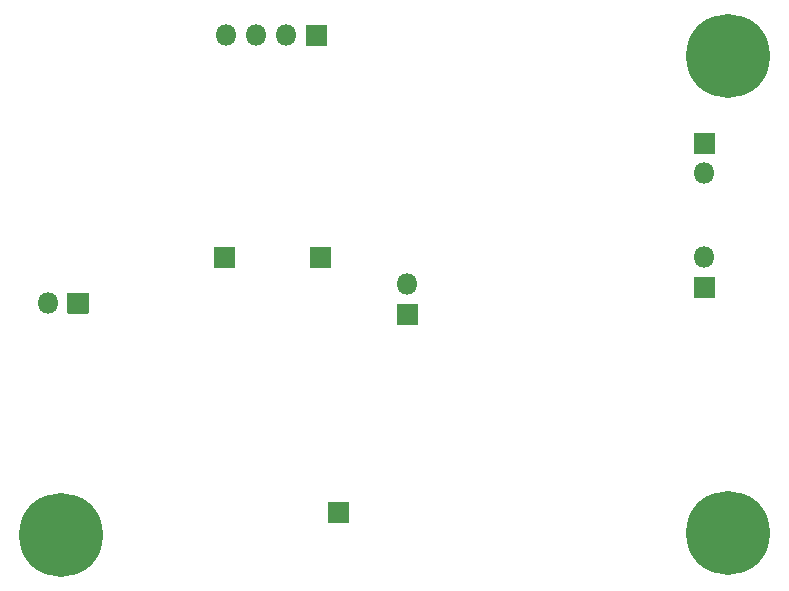
<source format=gbr>
%TF.GenerationSoftware,KiCad,Pcbnew,(5.1.9)-1*%
%TF.CreationDate,2021-07-13T18:03:53-04:00*%
%TF.ProjectId,detector_circuit_alt_LTC6254,64657465-6374-46f7-925f-636972637569,rev?*%
%TF.SameCoordinates,Original*%
%TF.FileFunction,Soldermask,Bot*%
%TF.FilePolarity,Negative*%
%FSLAX46Y46*%
G04 Gerber Fmt 4.6, Leading zero omitted, Abs format (unit mm)*
G04 Created by KiCad (PCBNEW (5.1.9)-1) date 2021-07-13 18:03:53*
%MOMM*%
%LPD*%
G01*
G04 APERTURE LIST*
%ADD10C,7.101600*%
%ADD11O,1.801600X1.801600*%
G04 APERTURE END LIST*
D10*
%TO.C,REF\u002A\u002A*%
X146685000Y-100457000D03*
%TD*%
%TO.C,REF\u002A\u002A*%
X146685000Y-140843000D03*
%TD*%
%TO.C,TP2*%
G36*
G01*
X103112200Y-118325000D02*
X103112200Y-116625000D01*
G75*
G02*
X103163000Y-116574200I50800J0D01*
G01*
X104863000Y-116574200D01*
G75*
G02*
X104913800Y-116625000I0J-50800D01*
G01*
X104913800Y-118325000D01*
G75*
G02*
X104863000Y-118375800I-50800J0D01*
G01*
X103163000Y-118375800D01*
G75*
G02*
X103112200Y-118325000I0J50800D01*
G01*
G37*
%TD*%
%TO.C,TP15*%
G36*
G01*
X112764200Y-139915000D02*
X112764200Y-138215000D01*
G75*
G02*
X112815000Y-138164200I50800J0D01*
G01*
X114515000Y-138164200D01*
G75*
G02*
X114565800Y-138215000I0J-50800D01*
G01*
X114565800Y-139915000D01*
G75*
G02*
X114515000Y-139965800I-50800J0D01*
G01*
X112815000Y-139965800D01*
G75*
G02*
X112764200Y-139915000I0J50800D01*
G01*
G37*
%TD*%
D11*
%TO.C,JP1*%
X119507000Y-119761000D03*
G36*
G01*
X120407800Y-121451000D02*
X120407800Y-123151000D01*
G75*
G02*
X120357000Y-123201800I-50800J0D01*
G01*
X118657000Y-123201800D01*
G75*
G02*
X118606200Y-123151000I0J50800D01*
G01*
X118606200Y-121451000D01*
G75*
G02*
X118657000Y-121400200I50800J0D01*
G01*
X120357000Y-121400200D01*
G75*
G02*
X120407800Y-121451000I0J-50800D01*
G01*
G37*
%TD*%
%TO.C,TP1*%
G36*
G01*
X111291000Y-116574200D02*
X112991000Y-116574200D01*
G75*
G02*
X113041800Y-116625000I0J-50800D01*
G01*
X113041800Y-118325000D01*
G75*
G02*
X112991000Y-118375800I-50800J0D01*
G01*
X111291000Y-118375800D01*
G75*
G02*
X111240200Y-118325000I0J50800D01*
G01*
X111240200Y-116625000D01*
G75*
G02*
X111291000Y-116574200I50800J0D01*
G01*
G37*
%TD*%
%TO.C,JP5*%
X89090500Y-121348500D03*
G36*
G01*
X90780500Y-120447700D02*
X92480500Y-120447700D01*
G75*
G02*
X92531300Y-120498500I0J-50800D01*
G01*
X92531300Y-122198500D01*
G75*
G02*
X92480500Y-122249300I-50800J0D01*
G01*
X90780500Y-122249300D01*
G75*
G02*
X90729700Y-122198500I0J50800D01*
G01*
X90729700Y-120498500D01*
G75*
G02*
X90780500Y-120447700I50800J0D01*
G01*
G37*
%TD*%
%TO.C,J3*%
X104203500Y-98679000D03*
X106743500Y-98679000D03*
X109283500Y-98679000D03*
G36*
G01*
X110973500Y-97778200D02*
X112673500Y-97778200D01*
G75*
G02*
X112724300Y-97829000I0J-50800D01*
G01*
X112724300Y-99529000D01*
G75*
G02*
X112673500Y-99579800I-50800J0D01*
G01*
X110973500Y-99579800D01*
G75*
G02*
X110922700Y-99529000I0J50800D01*
G01*
X110922700Y-97829000D01*
G75*
G02*
X110973500Y-97778200I50800J0D01*
G01*
G37*
%TD*%
%TO.C,J2*%
X144653000Y-117475000D03*
G36*
G01*
X145553800Y-119165000D02*
X145553800Y-120865000D01*
G75*
G02*
X145503000Y-120915800I-50800J0D01*
G01*
X143803000Y-120915800D01*
G75*
G02*
X143752200Y-120865000I0J50800D01*
G01*
X143752200Y-119165000D01*
G75*
G02*
X143803000Y-119114200I50800J0D01*
G01*
X145503000Y-119114200D01*
G75*
G02*
X145553800Y-119165000I0J-50800D01*
G01*
G37*
%TD*%
%TO.C,J1*%
X144653000Y-110363000D03*
G36*
G01*
X143752200Y-108673000D02*
X143752200Y-106973000D01*
G75*
G02*
X143803000Y-106922200I50800J0D01*
G01*
X145503000Y-106922200D01*
G75*
G02*
X145553800Y-106973000I0J-50800D01*
G01*
X145553800Y-108673000D01*
G75*
G02*
X145503000Y-108723800I-50800J0D01*
G01*
X143803000Y-108723800D01*
G75*
G02*
X143752200Y-108673000I0J50800D01*
G01*
G37*
%TD*%
D10*
%TO.C,REF\u002A\u002A*%
X90170000Y-140970000D03*
%TD*%
M02*

</source>
